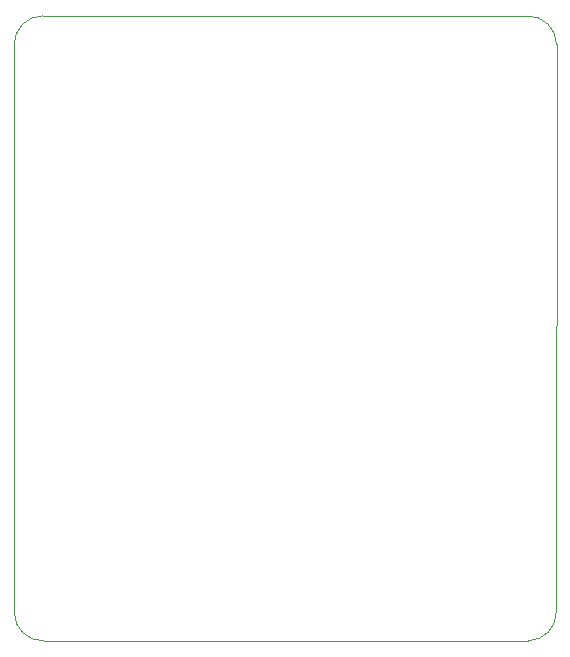
<source format=gm1>
%TF.GenerationSoftware,KiCad,Pcbnew,(6.0.1)*%
%TF.CreationDate,2022-08-20T19:26:56-07:00*%
%TF.ProjectId,frame_board,6672616d-655f-4626-9f61-72642e6b6963,rev?*%
%TF.SameCoordinates,Original*%
%TF.FileFunction,Profile,NP*%
%FSLAX46Y46*%
G04 Gerber Fmt 4.6, Leading zero omitted, Abs format (unit mm)*
G04 Created by KiCad (PCBNEW (6.0.1)) date 2022-08-20 19:26:56*
%MOMM*%
%LPD*%
G01*
G04 APERTURE LIST*
%TA.AperFunction,Profile*%
%ADD10C,0.100000*%
%TD*%
G04 APERTURE END LIST*
D10*
X154800000Y-94200000D02*
X195812202Y-94208524D01*
X152397920Y-144699998D02*
X152400000Y-96625000D01*
X154800000Y-94200000D02*
G75*
G03*
X152400000Y-96625000I-16J-2400113D01*
G01*
X152397919Y-144699998D02*
G75*
G03*
X154900002Y-147099998I2402081J-2D01*
G01*
X195899998Y-147102080D02*
X154900002Y-147099998D01*
X198299998Y-144599998D02*
X198314284Y-96608524D01*
X195899998Y-147102081D02*
G75*
G03*
X198299998Y-144599998I2J2402081D01*
G01*
X198314285Y-96608524D02*
G75*
G03*
X195812202Y-94208524I-2402081J2D01*
G01*
M02*

</source>
